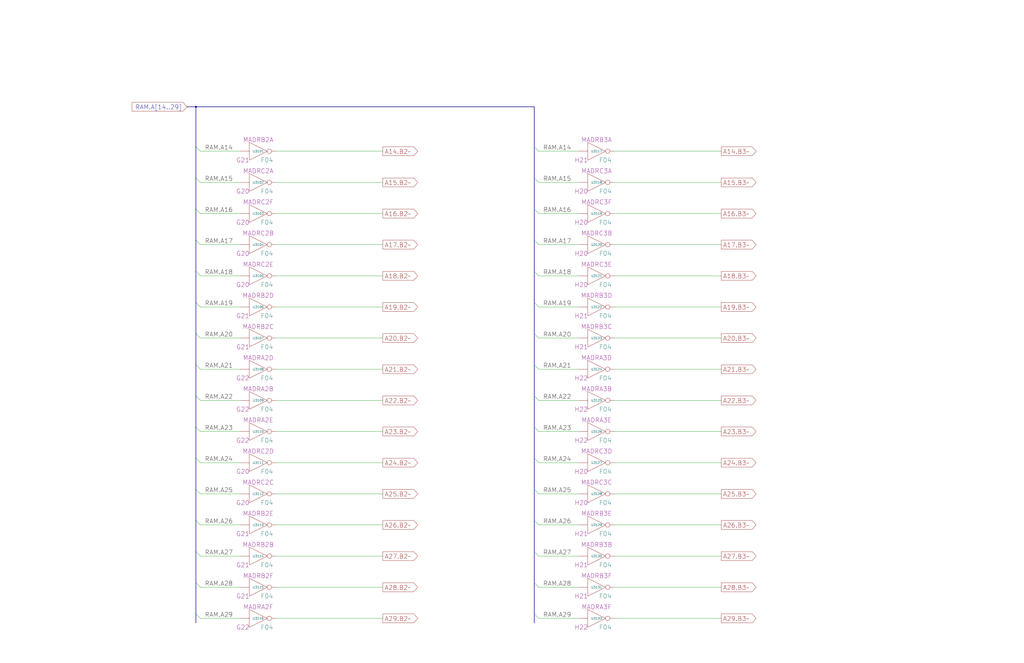
<source format=kicad_sch>
(kicad_sch (version 20211123) (generator eeschema)
  (paper "User" 584.2 378.46)
  (title_block (title "MEMORY\\nBYTE 2 & 3 ADDRESS DRIVERS") (date "22-SEP-90") (rev "2.0") (comment 1 "IOC") (comment 2 "232-003061") (comment 3 "S400") (comment 4 "RELEASED"))
  (lib_symbols
    (symbol "r1000:F04" (pin_numbers hide) (pin_names hide)
      (property "Reference" "U" (at 0 0 0))
      (property "Value" "F04" (at 1.27 -5.08 0))
      (property "Location" "___" (at -12.7 -5.08 0))
      (property "Name" "______" (at 0 5.08 0))
      (symbol "F04_0_1"
        (polyline (pts (xy -7.62 0) (xy -5.08 0)) (stroke (width 0.1524)))
        (polyline (pts (xy -5.08 5.08) (xy -5.08 -5.08)) (stroke (width 0.1524)))
        (polyline (pts (xy 5.08 0) (xy -5.08 -5.08)) (stroke (width 0.1524)))
        (polyline (pts (xy 5.08 0) (xy -5.08 5.08)) (stroke (width 0.1524)))
        (circle (center 6.35 0) (radius 1.27) (stroke (width 0.1524)))
      )
      (symbol "F04_1_1"
        (pin input line (at -10.16 0 0) (length 2.54) (name "D") (number "1"))
        (pin output line (at 10.16 0 180) (length 2.54) (name "Q") (number "2"))
      )
    )
  )
  (bus (pts (xy 106.68 60.96) (xy 111.76 60.96)))
  (bus (pts (xy 111.76 101.6) (xy 111.76 119.38)))
  (bus (pts (xy 111.76 119.38) (xy 111.76 137.16)))
  (bus (pts (xy 111.76 137.16) (xy 111.76 154.94)))
  (bus (pts (xy 111.76 154.94) (xy 111.76 172.72)))
  (bus (pts (xy 111.76 172.72) (xy 111.76 190.5)))
  (bus (pts (xy 111.76 190.5) (xy 111.76 208.28)))
  (bus (pts (xy 111.76 208.28) (xy 111.76 226.06)))
  (bus (pts (xy 111.76 226.06) (xy 111.76 243.84)))
  (bus (pts (xy 111.76 243.84) (xy 111.76 261.62)))
  (bus (pts (xy 111.76 261.62) (xy 111.76 279.4)))
  (bus (pts (xy 111.76 279.4) (xy 111.76 297.18)))
  (bus (pts (xy 111.76 297.18) (xy 111.76 314.96)))
  (bus (pts (xy 111.76 314.96) (xy 111.76 332.74)))
  (bus (pts (xy 111.76 332.74) (xy 111.76 350.52)))
  (bus (pts (xy 111.76 350.52) (xy 111.76 355.6)))
  (bus (pts (xy 111.76 60.96) (xy 111.76 83.82)))
  (bus (pts (xy 111.76 60.96) (xy 304.8 60.96)))
  (bus (pts (xy 111.76 83.82) (xy 111.76 101.6)))
  (bus (pts (xy 304.8 101.6) (xy 304.8 119.38)))
  (bus (pts (xy 304.8 119.38) (xy 304.8 137.16)))
  (bus (pts (xy 304.8 137.16) (xy 304.8 154.94)))
  (bus (pts (xy 304.8 154.94) (xy 304.8 172.72)))
  (bus (pts (xy 304.8 172.72) (xy 304.8 190.5)))
  (bus (pts (xy 304.8 190.5) (xy 304.8 208.28)))
  (bus (pts (xy 304.8 208.28) (xy 304.8 226.06)))
  (bus (pts (xy 304.8 226.06) (xy 304.8 243.84)))
  (bus (pts (xy 304.8 243.84) (xy 304.8 261.62)))
  (bus (pts (xy 304.8 261.62) (xy 304.8 279.4)))
  (bus (pts (xy 304.8 279.4) (xy 304.8 297.18)))
  (bus (pts (xy 304.8 297.18) (xy 304.8 314.96)))
  (bus (pts (xy 304.8 314.96) (xy 304.8 332.74)))
  (bus (pts (xy 304.8 332.74) (xy 304.8 350.52)))
  (bus (pts (xy 304.8 350.52) (xy 304.8 355.6)))
  (bus (pts (xy 304.8 60.96) (xy 304.8 83.82)))
  (bus (pts (xy 304.8 83.82) (xy 304.8 101.6)))
  (wire (pts (xy 114.3 104.14) (xy 137.16 104.14)))
  (wire (pts (xy 114.3 121.92) (xy 137.16 121.92)))
  (wire (pts (xy 114.3 139.7) (xy 137.16 139.7)))
  (wire (pts (xy 114.3 157.48) (xy 137.16 157.48)))
  (wire (pts (xy 114.3 175.26) (xy 137.16 175.26)))
  (wire (pts (xy 114.3 193.04) (xy 137.16 193.04)))
  (wire (pts (xy 114.3 210.82) (xy 137.16 210.82)))
  (wire (pts (xy 114.3 228.6) (xy 137.16 228.6)))
  (wire (pts (xy 114.3 246.38) (xy 137.16 246.38)))
  (wire (pts (xy 114.3 264.16) (xy 137.16 264.16)))
  (wire (pts (xy 114.3 281.94) (xy 137.16 281.94)))
  (wire (pts (xy 114.3 299.72) (xy 137.16 299.72)))
  (wire (pts (xy 114.3 317.5) (xy 137.16 317.5)))
  (wire (pts (xy 114.3 335.28) (xy 137.16 335.28)))
  (wire (pts (xy 114.3 353.06) (xy 137.16 353.06)))
  (wire (pts (xy 114.3 86.36) (xy 137.16 86.36)))
  (wire (pts (xy 157.48 104.14) (xy 218.44 104.14)))
  (wire (pts (xy 157.48 121.92) (xy 218.44 121.92)))
  (wire (pts (xy 157.48 139.7) (xy 218.44 139.7)))
  (wire (pts (xy 157.48 157.48) (xy 218.44 157.48)))
  (wire (pts (xy 157.48 175.26) (xy 218.44 175.26)))
  (wire (pts (xy 157.48 193.04) (xy 218.44 193.04)))
  (wire (pts (xy 157.48 210.82) (xy 218.44 210.82)))
  (wire (pts (xy 157.48 228.6) (xy 218.44 228.6)))
  (wire (pts (xy 157.48 246.38) (xy 218.44 246.38)))
  (wire (pts (xy 157.48 264.16) (xy 218.44 264.16)))
  (wire (pts (xy 157.48 281.94) (xy 218.44 281.94)))
  (wire (pts (xy 157.48 299.72) (xy 218.44 299.72)))
  (wire (pts (xy 157.48 317.5) (xy 218.44 317.5)))
  (wire (pts (xy 157.48 335.28) (xy 218.44 335.28)))
  (wire (pts (xy 157.48 353.06) (xy 218.44 353.06)))
  (wire (pts (xy 157.48 86.36) (xy 218.44 86.36)))
  (wire (pts (xy 307.34 104.14) (xy 330.2 104.14)))
  (wire (pts (xy 307.34 121.92) (xy 330.2 121.92)))
  (wire (pts (xy 307.34 139.7) (xy 330.2 139.7)))
  (wire (pts (xy 307.34 157.48) (xy 330.2 157.48)))
  (wire (pts (xy 307.34 175.26) (xy 330.2 175.26)))
  (wire (pts (xy 307.34 193.04) (xy 330.2 193.04)))
  (wire (pts (xy 307.34 210.82) (xy 330.2 210.82)))
  (wire (pts (xy 307.34 228.6) (xy 330.2 228.6)))
  (wire (pts (xy 307.34 246.38) (xy 330.2 246.38)))
  (wire (pts (xy 307.34 264.16) (xy 330.2 264.16)))
  (wire (pts (xy 307.34 281.94) (xy 330.2 281.94)))
  (wire (pts (xy 307.34 299.72) (xy 330.2 299.72)))
  (wire (pts (xy 307.34 317.5) (xy 330.2 317.5)))
  (wire (pts (xy 307.34 335.28) (xy 330.2 335.28)))
  (wire (pts (xy 307.34 353.06) (xy 330.2 353.06)))
  (wire (pts (xy 307.34 86.36) (xy 330.2 86.36)))
  (wire (pts (xy 350.52 104.14) (xy 411.48 104.14)))
  (wire (pts (xy 350.52 121.92) (xy 411.48 121.92)))
  (wire (pts (xy 350.52 139.7) (xy 411.48 139.7)))
  (wire (pts (xy 350.52 157.48) (xy 411.48 157.48)))
  (wire (pts (xy 350.52 175.26) (xy 411.48 175.26)))
  (wire (pts (xy 350.52 193.04) (xy 411.48 193.04)))
  (wire (pts (xy 350.52 210.82) (xy 411.48 210.82)))
  (wire (pts (xy 350.52 228.6) (xy 411.48 228.6)))
  (wire (pts (xy 350.52 246.38) (xy 411.48 246.38)))
  (wire (pts (xy 350.52 264.16) (xy 411.48 264.16)))
  (wire (pts (xy 350.52 281.94) (xy 411.48 281.94)))
  (wire (pts (xy 350.52 299.72) (xy 411.48 299.72)))
  (wire (pts (xy 350.52 317.5) (xy 411.48 317.5)))
  (wire (pts (xy 350.52 335.28) (xy 411.48 335.28)))
  (wire (pts (xy 350.52 353.06) (xy 411.48 353.06)))
  (wire (pts (xy 350.52 86.36) (xy 411.48 86.36)))
  (global_label "RAM.A[14..29]" (shape input) (at 106.68 60.96 180) (effects (font (size 2.54 2.54))) (property "Intersheet References" "${INTERSHEET_REFS}" (at 74.9844 60.8013 0) (effects (font (size 2.54 2.54)) (justify right))))
  (junction (at 111.76 60.96))
  (bus_entry (at 111.76 83.82) (size 2.54 2.54))
  (bus_entry (at 111.76 101.6) (size 2.54 2.54))
  (bus_entry (at 111.76 119.38) (size 2.54 2.54))
  (bus_entry (at 111.76 137.16) (size 2.54 2.54))
  (bus_entry (at 111.76 154.94) (size 2.54 2.54))
  (bus_entry (at 111.76 172.72) (size 2.54 2.54))
  (bus_entry (at 111.76 190.5) (size 2.54 2.54))
  (bus_entry (at 111.76 208.28) (size 2.54 2.54))
  (bus_entry (at 111.76 226.06) (size 2.54 2.54))
  (bus_entry (at 111.76 243.84) (size 2.54 2.54))
  (bus_entry (at 111.76 261.62) (size 2.54 2.54))
  (bus_entry (at 111.76 279.4) (size 2.54 2.54))
  (bus_entry (at 111.76 297.18) (size 2.54 2.54))
  (bus_entry (at 111.76 314.96) (size 2.54 2.54))
  (bus_entry (at 111.76 332.74) (size 2.54 2.54))
  (bus_entry (at 111.76 350.52) (size 2.54 2.54))
  (label "RAM.A14" (at 116.84 86.36 0) (effects (font (size 2.54 2.54))))
  (label "RAM.A15" (at 116.84 104.14 0) (effects (font (size 2.54 2.54))))
  (label "RAM.A16" (at 116.84 121.92 0) (effects (font (size 2.54 2.54))))
  (label "RAM.A17" (at 116.84 139.7 0) (effects (font (size 2.54 2.54))))
  (label "RAM.A18" (at 116.84 157.48 0) (effects (font (size 2.54 2.54))))
  (label "RAM.A19" (at 116.84 175.26 0) (effects (font (size 2.54 2.54))))
  (label "RAM.A20" (at 116.84 193.04 0) (effects (font (size 2.54 2.54))))
  (label "RAM.A21" (at 116.84 210.82 0) (effects (font (size 2.54 2.54))))
  (label "RAM.A22" (at 116.84 228.6 0) (effects (font (size 2.54 2.54))))
  (label "RAM.A23" (at 116.84 246.38 0) (effects (font (size 2.54 2.54))))
  (label "RAM.A24" (at 116.84 264.16 0) (effects (font (size 2.54 2.54))))
  (label "RAM.A25" (at 116.84 281.94 0) (effects (font (size 2.54 2.54))))
  (label "RAM.A26" (at 116.84 299.72 0) (effects (font (size 2.54 2.54))))
  (label "RAM.A27" (at 116.84 317.5 0) (effects (font (size 2.54 2.54))))
  (label "RAM.A28" (at 116.84 335.28 0) (effects (font (size 2.54 2.54))))
  (label "RAM.A29" (at 116.84 353.06 0) (effects (font (size 2.54 2.54))))
  (symbol (lib_id "r1000:F04") (at 147.32 86.36 0) (unit 1)
    (property "Reference" "U3101" (at 147.32 86.36 0))
    (property "Value" "F04" (at 148.59 91.44 0) (effects (font (size 2.54 2.54)) (justify left)))
    (property "Location" "G21" (at 134.62 91.44 0) (effects (font (size 2.54 2.54)) (justify left)))
    (property "Name" "MADRB2A" (at 147.32 81.28 0) (effects (font (size 2.54 2.54)) (justify bottom)))
  )
  (symbol (lib_id "r1000:F04") (at 147.32 104.14 0) (unit 1)
    (property "Reference" "U3102" (at 147.32 104.14 0))
    (property "Value" "F04" (at 148.59 109.22 0) (effects (font (size 2.54 2.54)) (justify left)))
    (property "Location" "G20" (at 134.62 109.22 0) (effects (font (size 2.54 2.54)) (justify left)))
    (property "Name" "MADRC2A" (at 147.32 99.06 0) (effects (font (size 2.54 2.54)) (justify bottom)))
  )
  (symbol (lib_id "r1000:F04") (at 147.32 121.92 0) (unit 1)
    (property "Reference" "U3103" (at 147.32 121.92 0))
    (property "Value" "F04" (at 148.59 127 0) (effects (font (size 2.54 2.54)) (justify left)))
    (property "Location" "G20" (at 134.62 127 0) (effects (font (size 2.54 2.54)) (justify left)))
    (property "Name" "MADRC2F" (at 147.32 116.84 0) (effects (font (size 2.54 2.54)) (justify bottom)))
  )
  (symbol (lib_id "r1000:F04") (at 147.32 139.7 0) (unit 1)
    (property "Reference" "U3104" (at 147.32 139.7 0))
    (property "Value" "F04" (at 148.59 144.78 0) (effects (font (size 2.54 2.54)) (justify left)))
    (property "Location" "G20" (at 134.62 144.78 0) (effects (font (size 2.54 2.54)) (justify left)))
    (property "Name" "MADRC2B" (at 147.32 134.62 0) (effects (font (size 2.54 2.54)) (justify bottom)))
  )
  (symbol (lib_id "r1000:F04") (at 147.32 157.48 0) (unit 1)
    (property "Reference" "U3105" (at 147.32 157.48 0))
    (property "Value" "F04" (at 148.59 162.56 0) (effects (font (size 2.54 2.54)) (justify left)))
    (property "Location" "G20" (at 134.62 162.56 0) (effects (font (size 2.54 2.54)) (justify left)))
    (property "Name" "MADRC2E" (at 147.32 152.4 0) (effects (font (size 2.54 2.54)) (justify bottom)))
  )
  (symbol (lib_id "r1000:F04") (at 147.32 175.26 0) (unit 1)
    (property "Reference" "U3106" (at 147.32 175.26 0))
    (property "Value" "F04" (at 148.59 180.34 0) (effects (font (size 2.54 2.54)) (justify left)))
    (property "Location" "G21" (at 134.62 180.34 0) (effects (font (size 2.54 2.54)) (justify left)))
    (property "Name" "MADRB2D" (at 147.32 170.18 0) (effects (font (size 2.54 2.54)) (justify bottom)))
  )
  (symbol (lib_id "r1000:F04") (at 147.32 193.04 0) (unit 1)
    (property "Reference" "U3107" (at 147.32 193.04 0))
    (property "Value" "F04" (at 148.59 198.12 0) (effects (font (size 2.54 2.54)) (justify left)))
    (property "Location" "G21" (at 134.62 198.12 0) (effects (font (size 2.54 2.54)) (justify left)))
    (property "Name" "MADRB2C" (at 147.32 187.96 0) (effects (font (size 2.54 2.54)) (justify bottom)))
  )
  (symbol (lib_id "r1000:F04") (at 147.32 210.82 0) (unit 1)
    (property "Reference" "U3108" (at 147.32 210.82 0))
    (property "Value" "F04" (at 148.59 215.9 0) (effects (font (size 2.54 2.54)) (justify left)))
    (property "Location" "G22" (at 134.62 215.9 0) (effects (font (size 2.54 2.54)) (justify left)))
    (property "Name" "MADRA2D" (at 147.32 205.74 0) (effects (font (size 2.54 2.54)) (justify bottom)))
  )
  (symbol (lib_id "r1000:F04") (at 147.32 228.6 0) (unit 1)
    (property "Reference" "U3109" (at 147.32 228.6 0))
    (property "Value" "F04" (at 148.59 233.68 0) (effects (font (size 2.54 2.54)) (justify left)))
    (property "Location" "G22" (at 134.62 233.68 0) (effects (font (size 2.54 2.54)) (justify left)))
    (property "Name" "MADRA2B" (at 147.32 223.52 0) (effects (font (size 2.54 2.54)) (justify bottom)))
  )
  (symbol (lib_id "r1000:F04") (at 147.32 246.38 0) (unit 1)
    (property "Reference" "U3110" (at 147.32 246.38 0))
    (property "Value" "F04" (at 148.59 251.46 0) (effects (font (size 2.54 2.54)) (justify left)))
    (property "Location" "G22" (at 134.62 251.46 0) (effects (font (size 2.54 2.54)) (justify left)))
    (property "Name" "MADRA2E" (at 147.32 241.3 0) (effects (font (size 2.54 2.54)) (justify bottom)))
  )
  (symbol (lib_id "r1000:F04") (at 147.32 264.16 0) (unit 1)
    (property "Reference" "U3111" (at 147.32 264.16 0))
    (property "Value" "F04" (at 148.59 269.24 0) (effects (font (size 2.54 2.54)) (justify left)))
    (property "Location" "G20" (at 134.62 269.24 0) (effects (font (size 2.54 2.54)) (justify left)))
    (property "Name" "MADRC2D" (at 147.32 259.08 0) (effects (font (size 2.54 2.54)) (justify bottom)))
  )
  (symbol (lib_id "r1000:F04") (at 147.32 281.94 0) (unit 1)
    (property "Reference" "U3112" (at 147.32 281.94 0))
    (property "Value" "F04" (at 148.59 287.02 0) (effects (font (size 2.54 2.54)) (justify left)))
    (property "Location" "G20" (at 134.62 287.02 0) (effects (font (size 2.54 2.54)) (justify left)))
    (property "Name" "MADRC2C" (at 147.32 276.86 0) (effects (font (size 2.54 2.54)) (justify bottom)))
  )
  (symbol (lib_id "r1000:F04") (at 147.32 299.72 0) (unit 1)
    (property "Reference" "U3113" (at 147.32 299.72 0))
    (property "Value" "F04" (at 148.59 304.8 0) (effects (font (size 2.54 2.54)) (justify left)))
    (property "Location" "G21" (at 134.62 304.8 0) (effects (font (size 2.54 2.54)) (justify left)))
    (property "Name" "MADRB2E" (at 147.32 294.64 0) (effects (font (size 2.54 2.54)) (justify bottom)))
  )
  (symbol (lib_id "r1000:F04") (at 147.32 317.5 0) (unit 1)
    (property "Reference" "U3114" (at 147.32 317.5 0))
    (property "Value" "F04" (at 148.59 322.58 0) (effects (font (size 2.54 2.54)) (justify left)))
    (property "Location" "G21" (at 134.62 322.58 0) (effects (font (size 2.54 2.54)) (justify left)))
    (property "Name" "MADRB2B" (at 147.32 312.42 0) (effects (font (size 2.54 2.54)) (justify bottom)))
  )
  (symbol (lib_id "r1000:F04") (at 147.32 335.28 0) (unit 1)
    (property "Reference" "U3115" (at 147.32 335.28 0))
    (property "Value" "F04" (at 148.59 340.36 0) (effects (font (size 2.54 2.54)) (justify left)))
    (property "Location" "G21" (at 134.62 340.36 0) (effects (font (size 2.54 2.54)) (justify left)))
    (property "Name" "MADRB2F" (at 147.32 330.2 0) (effects (font (size 2.54 2.54)) (justify bottom)))
  )
  (symbol (lib_id "r1000:F04") (at 147.32 353.06 0) (unit 1)
    (property "Reference" "U3116" (at 147.32 353.06 0))
    (property "Value" "F04" (at 148.59 358.14 0) (effects (font (size 2.54 2.54)) (justify left)))
    (property "Location" "G22" (at 134.62 358.14 0) (effects (font (size 2.54 2.54)) (justify left)))
    (property "Name" "MADRA2F" (at 147.32 347.98 0) (effects (font (size 2.54 2.54)) (justify bottom)))
  )
  (global_label "A14.B2~" (shape output) (at 218.44 86.36 0) (effects (font (size 2.54 2.54))) (property "Intersheet References" "${INTERSHEET_REFS}" (at 238.887 86.2013 0) (effects (font (size 2.54 2.54)) (justify left))))
  (global_label "A15.B2~" (shape output) (at 218.44 104.14 0) (effects (font (size 2.54 2.54))) (property "Intersheet References" "${INTERSHEET_REFS}" (at 238.887 103.9813 0) (effects (font (size 2.54 2.54)) (justify left))))
  (global_label "A16.B2~" (shape output) (at 218.44 121.92 0) (effects (font (size 2.54 2.54))) (property "Intersheet References" "${INTERSHEET_REFS}" (at 238.887 121.7613 0) (effects (font (size 2.54 2.54)) (justify left))))
  (global_label "A17.B2~" (shape output) (at 218.44 139.7 0) (effects (font (size 2.54 2.54))) (property "Intersheet References" "${INTERSHEET_REFS}" (at 238.887 139.5413 0) (effects (font (size 2.54 2.54)) (justify left))))
  (global_label "A18.B2~" (shape output) (at 218.44 157.48 0) (effects (font (size 2.54 2.54))) (property "Intersheet References" "${INTERSHEET_REFS}" (at 238.887 157.3213 0) (effects (font (size 2.54 2.54)) (justify left))))
  (global_label "A19.B2~" (shape output) (at 218.44 175.26 0) (effects (font (size 2.54 2.54))) (property "Intersheet References" "${INTERSHEET_REFS}" (at 238.887 175.1013 0) (effects (font (size 2.54 2.54)) (justify left))))
  (global_label "A20.B2~" (shape output) (at 218.44 193.04 0) (effects (font (size 2.54 2.54))) (property "Intersheet References" "${INTERSHEET_REFS}" (at 238.887 192.8813 0) (effects (font (size 2.54 2.54)) (justify left))))
  (global_label "A21.B2~" (shape output) (at 218.44 210.82 0) (effects (font (size 2.54 2.54))) (property "Intersheet References" "${INTERSHEET_REFS}" (at 238.887 210.6613 0) (effects (font (size 2.54 2.54)) (justify left))))
  (global_label "A22.B2~" (shape output) (at 218.44 228.6 0) (effects (font (size 2.54 2.54))) (property "Intersheet References" "${INTERSHEET_REFS}" (at 238.887 228.4413 0) (effects (font (size 2.54 2.54)) (justify left))))
  (global_label "A23.B2~" (shape output) (at 218.44 246.38 0) (effects (font (size 2.54 2.54))) (property "Intersheet References" "${INTERSHEET_REFS}" (at 238.887 246.2213 0) (effects (font (size 2.54 2.54)) (justify left))))
  (global_label "A24.B2~" (shape output) (at 218.44 264.16 0) (effects (font (size 2.54 2.54))) (property "Intersheet References" "${INTERSHEET_REFS}" (at 238.887 264.0013 0) (effects (font (size 2.54 2.54)) (justify left))))
  (global_label "A25.B2~" (shape output) (at 218.44 281.94 0) (effects (font (size 2.54 2.54))) (property "Intersheet References" "${INTERSHEET_REFS}" (at 238.887 281.7813 0) (effects (font (size 2.54 2.54)) (justify left))))
  (global_label "A26.B2~" (shape output) (at 218.44 299.72 0) (effects (font (size 2.54 2.54))) (property "Intersheet References" "${INTERSHEET_REFS}" (at 238.887 299.5613 0) (effects (font (size 2.54 2.54)) (justify left))))
  (global_label "A27.B2~" (shape output) (at 218.44 317.5 0) (effects (font (size 2.54 2.54))) (property "Intersheet References" "${INTERSHEET_REFS}" (at 238.887 317.3413 0) (effects (font (size 2.54 2.54)) (justify left))))
  (global_label "A28.B2~" (shape output) (at 218.44 335.28 0) (effects (font (size 2.54 2.54))) (property "Intersheet References" "${INTERSHEET_REFS}" (at 238.887 335.1213 0) (effects (font (size 2.54 2.54)) (justify left))))
  (global_label "A29.B2~" (shape output) (at 218.44 353.06 0) (effects (font (size 2.54 2.54))) (property "Intersheet References" "${INTERSHEET_REFS}" (at 238.887 352.9013 0) (effects (font (size 2.54 2.54)) (justify left))))
  (bus_entry (at 304.8 83.82) (size 2.54 2.54))
  (bus_entry (at 304.8 101.6) (size 2.54 2.54))
  (bus_entry (at 304.8 119.38) (size 2.54 2.54))
  (bus_entry (at 304.8 137.16) (size 2.54 2.54))
  (bus_entry (at 304.8 154.94) (size 2.54 2.54))
  (bus_entry (at 304.8 172.72) (size 2.54 2.54))
  (bus_entry (at 304.8 190.5) (size 2.54 2.54))
  (bus_entry (at 304.8 208.28) (size 2.54 2.54))
  (bus_entry (at 304.8 226.06) (size 2.54 2.54))
  (bus_entry (at 304.8 243.84) (size 2.54 2.54))
  (bus_entry (at 304.8 261.62) (size 2.54 2.54))
  (bus_entry (at 304.8 279.4) (size 2.54 2.54))
  (bus_entry (at 304.8 297.18) (size 2.54 2.54))
  (bus_entry (at 304.8 314.96) (size 2.54 2.54))
  (bus_entry (at 304.8 332.74) (size 2.54 2.54))
  (bus_entry (at 304.8 350.52) (size 2.54 2.54))
  (label "RAM.A14" (at 309.88 86.36 0) (effects (font (size 2.54 2.54))))
  (label "RAM.A15" (at 309.88 104.14 0) (effects (font (size 2.54 2.54))))
  (label "RAM.A16" (at 309.88 121.92 0) (effects (font (size 2.54 2.54))))
  (label "RAM.A17" (at 309.88 139.7 0) (effects (font (size 2.54 2.54))))
  (label "RAM.A18" (at 309.88 157.48 0) (effects (font (size 2.54 2.54))))
  (label "RAM.A19" (at 309.88 175.26 0) (effects (font (size 2.54 2.54))))
  (label "RAM.A20" (at 309.88 193.04 0) (effects (font (size 2.54 2.54))))
  (label "RAM.A21" (at 309.88 210.82 0) (effects (font (size 2.54 2.54))))
  (label "RAM.A22" (at 309.88 228.6 0) (effects (font (size 2.54 2.54))))
  (label "RAM.A23" (at 309.88 246.38 0) (effects (font (size 2.54 2.54))))
  (label "RAM.A24" (at 309.88 264.16 0) (effects (font (size 2.54 2.54))))
  (label "RAM.A25" (at 309.88 281.94 0) (effects (font (size 2.54 2.54))))
  (label "RAM.A26" (at 309.88 299.72 0) (effects (font (size 2.54 2.54))))
  (label "RAM.A27" (at 309.88 317.5 0) (effects (font (size 2.54 2.54))))
  (label "RAM.A28" (at 309.88 335.28 0) (effects (font (size 2.54 2.54))))
  (label "RAM.A29" (at 309.88 353.06 0) (effects (font (size 2.54 2.54))))
  (symbol (lib_id "r1000:F04") (at 340.36 86.36 0) (unit 1)
    (property "Reference" "U3117" (at 340.36 86.36 0))
    (property "Value" "F04" (at 341.63 91.44 0) (effects (font (size 2.54 2.54)) (justify left)))
    (property "Location" "H21" (at 327.66 91.44 0) (effects (font (size 2.54 2.54)) (justify left)))
    (property "Name" "MADRB3A" (at 340.36 81.28 0) (effects (font (size 2.54 2.54)) (justify bottom)))
  )
  (symbol (lib_id "r1000:F04") (at 340.36 104.14 0) (unit 1)
    (property "Reference" "U3118" (at 340.36 104.14 0))
    (property "Value" "F04" (at 341.63 109.22 0) (effects (font (size 2.54 2.54)) (justify left)))
    (property "Location" "H20" (at 327.66 109.22 0) (effects (font (size 2.54 2.54)) (justify left)))
    (property "Name" "MADRC3A" (at 340.36 99.06 0) (effects (font (size 2.54 2.54)) (justify bottom)))
  )
  (symbol (lib_id "r1000:F04") (at 340.36 121.92 0) (unit 1)
    (property "Reference" "U3119" (at 340.36 121.92 0))
    (property "Value" "F04" (at 341.63 127 0) (effects (font (size 2.54 2.54)) (justify left)))
    (property "Location" "H20" (at 327.66 127 0) (effects (font (size 2.54 2.54)) (justify left)))
    (property "Name" "MADRC3F" (at 340.36 116.84 0) (effects (font (size 2.54 2.54)) (justify bottom)))
  )
  (symbol (lib_id "r1000:F04") (at 340.36 139.7 0) (unit 1)
    (property "Reference" "U3120" (at 340.36 139.7 0))
    (property "Value" "F04" (at 341.63 144.78 0) (effects (font (size 2.54 2.54)) (justify left)))
    (property "Location" "H20" (at 327.66 144.78 0) (effects (font (size 2.54 2.54)) (justify left)))
    (property "Name" "MADRC3B" (at 340.36 134.62 0) (effects (font (size 2.54 2.54)) (justify bottom)))
  )
  (symbol (lib_id "r1000:F04") (at 340.36 157.48 0) (unit 1)
    (property "Reference" "U3121" (at 340.36 157.48 0))
    (property "Value" "F04" (at 341.63 162.56 0) (effects (font (size 2.54 2.54)) (justify left)))
    (property "Location" "H20" (at 327.66 162.56 0) (effects (font (size 2.54 2.54)) (justify left)))
    (property "Name" "MADRC3E" (at 340.36 152.4 0) (effects (font (size 2.54 2.54)) (justify bottom)))
  )
  (symbol (lib_id "r1000:F04") (at 340.36 175.26 0) (unit 1)
    (property "Reference" "U3122" (at 340.36 175.26 0))
    (property "Value" "F04" (at 341.63 180.34 0) (effects (font (size 2.54 2.54)) (justify left)))
    (property "Location" "H21" (at 327.66 180.34 0) (effects (font (size 2.54 2.54)) (justify left)))
    (property "Name" "MADRB3D" (at 340.36 170.18 0) (effects (font (size 2.54 2.54)) (justify bottom)))
  )
  (symbol (lib_id "r1000:F04") (at 340.36 193.04 0) (unit 1)
    (property "Reference" "U3123" (at 340.36 193.04 0))
    (property "Value" "F04" (at 341.63 198.12 0) (effects (font (size 2.54 2.54)) (justify left)))
    (property "Location" "H21" (at 327.66 198.12 0) (effects (font (size 2.54 2.54)) (justify left)))
    (property "Name" "MADRB3C" (at 340.36 187.96 0) (effects (font (size 2.54 2.54)) (justify bottom)))
  )
  (symbol (lib_id "r1000:F04") (at 340.36 210.82 0) (unit 1)
    (property "Reference" "U3124" (at 340.36 210.82 0))
    (property "Value" "F04" (at 341.63 215.9 0) (effects (font (size 2.54 2.54)) (justify left)))
    (property "Location" "H22" (at 327.66 215.9 0) (effects (font (size 2.54 2.54)) (justify left)))
    (property "Name" "MADRA3D" (at 340.36 205.74 0) (effects (font (size 2.54 2.54)) (justify bottom)))
  )
  (symbol (lib_id "r1000:F04") (at 340.36 228.6 0) (unit 1)
    (property "Reference" "U3125" (at 340.36 228.6 0))
    (property "Value" "F04" (at 341.63 233.68 0) (effects (font (size 2.54 2.54)) (justify left)))
    (property "Location" "H22" (at 327.66 233.68 0) (effects (font (size 2.54 2.54)) (justify left)))
    (property "Name" "MADRA3B" (at 340.36 223.52 0) (effects (font (size 2.54 2.54)) (justify bottom)))
  )
  (symbol (lib_id "r1000:F04") (at 340.36 246.38 0) (unit 1)
    (property "Reference" "U3126" (at 340.36 246.38 0))
    (property "Value" "F04" (at 341.63 251.46 0) (effects (font (size 2.54 2.54)) (justify left)))
    (property "Location" "H22" (at 327.66 251.46 0) (effects (font (size 2.54 2.54)) (justify left)))
    (property "Name" "MADRA3E" (at 340.36 241.3 0) (effects (font (size 2.54 2.54)) (justify bottom)))
  )
  (symbol (lib_id "r1000:F04") (at 340.36 264.16 0) (unit 1)
    (property "Reference" "U3127" (at 340.36 264.16 0))
    (property "Value" "F04" (at 341.63 269.24 0) (effects (font (size 2.54 2.54)) (justify left)))
    (property "Location" "H20" (at 327.66 269.24 0) (effects (font (size 2.54 2.54)) (justify left)))
    (property "Name" "MADRC3D" (at 340.36 259.08 0) (effects (font (size 2.54 2.54)) (justify bottom)))
  )
  (symbol (lib_id "r1000:F04") (at 340.36 281.94 0) (unit 1)
    (property "Reference" "U3128" (at 340.36 281.94 0))
    (property "Value" "F04" (at 341.63 287.02 0) (effects (font (size 2.54 2.54)) (justify left)))
    (property "Location" "H20" (at 327.66 287.02 0) (effects (font (size 2.54 2.54)) (justify left)))
    (property "Name" "MADRC3C" (at 340.36 276.86 0) (effects (font (size 2.54 2.54)) (justify bottom)))
  )
  (symbol (lib_id "r1000:F04") (at 340.36 299.72 0) (unit 1)
    (property "Reference" "U3129" (at 340.36 299.72 0))
    (property "Value" "F04" (at 341.63 304.8 0) (effects (font (size 2.54 2.54)) (justify left)))
    (property "Location" "H21" (at 327.66 304.8 0) (effects (font (size 2.54 2.54)) (justify left)))
    (property "Name" "MADRB3E" (at 340.36 294.64 0) (effects (font (size 2.54 2.54)) (justify bottom)))
  )
  (symbol (lib_id "r1000:F04") (at 340.36 317.5 0) (unit 1)
    (property "Reference" "U3130" (at 340.36 317.5 0))
    (property "Value" "F04" (at 341.63 322.58 0) (effects (font (size 2.54 2.54)) (justify left)))
    (property "Location" "H21" (at 327.66 322.58 0) (effects (font (size 2.54 2.54)) (justify left)))
    (property "Name" "MADRB3B" (at 340.36 312.42 0) (effects (font (size 2.54 2.54)) (justify bottom)))
  )
  (symbol (lib_id "r1000:F04") (at 340.36 335.28 0) (unit 1)
    (property "Reference" "U3131" (at 340.36 335.28 0))
    (property "Value" "F04" (at 341.63 340.36 0) (effects (font (size 2.54 2.54)) (justify left)))
    (property "Location" "H21" (at 327.66 340.36 0) (effects (font (size 2.54 2.54)) (justify left)))
    (property "Name" "MADRB3F" (at 340.36 330.2 0) (effects (font (size 2.54 2.54)) (justify bottom)))
  )
  (symbol (lib_id "r1000:F04") (at 340.36 353.06 0) (unit 1)
    (property "Reference" "U3132" (at 340.36 353.06 0))
    (property "Value" "F04" (at 341.63 358.14 0) (effects (font (size 2.54 2.54)) (justify left)))
    (property "Location" "H22" (at 327.66 358.14 0) (effects (font (size 2.54 2.54)) (justify left)))
    (property "Name" "MADRA3F" (at 340.36 347.98 0) (effects (font (size 2.54 2.54)) (justify bottom)))
  )
  (global_label "A14.B3~" (shape output) (at 411.48 86.36 0) (effects (font (size 2.54 2.54))) (property "Intersheet References" "${INTERSHEET_REFS}" (at 431.927 86.2013 0) (effects (font (size 2.54 2.54)) (justify left))))
  (global_label "A15.B3~" (shape output) (at 411.48 104.14 0) (effects (font (size 2.54 2.54))) (property "Intersheet References" "${INTERSHEET_REFS}" (at 431.927 103.9813 0) (effects (font (size 2.54 2.54)) (justify left))))
  (global_label "A16.B3~" (shape output) (at 411.48 121.92 0) (effects (font (size 2.54 2.54))) (property "Intersheet References" "${INTERSHEET_REFS}" (at 431.927 121.7613 0) (effects (font (size 2.54 2.54)) (justify left))))
  (global_label "A17.B3~" (shape output) (at 411.48 139.7 0) (effects (font (size 2.54 2.54))) (property "Intersheet References" "${INTERSHEET_REFS}" (at 431.927 139.5413 0) (effects (font (size 2.54 2.54)) (justify left))))
  (global_label "A18.B3~" (shape output) (at 411.48 157.48 0) (effects (font (size 2.54 2.54))) (property "Intersheet References" "${INTERSHEET_REFS}" (at 431.927 157.3213 0) (effects (font (size 2.54 2.54)) (justify left))))
  (global_label "A19.B3~" (shape output) (at 411.48 175.26 0) (effects (font (size 2.54 2.54))) (property "Intersheet References" "${INTERSHEET_REFS}" (at 431.927 175.1013 0) (effects (font (size 2.54 2.54)) (justify left))))
  (global_label "A20.B3~" (shape output) (at 411.48 193.04 0) (effects (font (size 2.54 2.54))) (property "Intersheet References" "${INTERSHEET_REFS}" (at 431.927 192.8813 0) (effects (font (size 2.54 2.54)) (justify left))))
  (global_label "A21.B3~" (shape output) (at 411.48 210.82 0) (effects (font (size 2.54 2.54))) (property "Intersheet References" "${INTERSHEET_REFS}" (at 431.927 210.6613 0) (effects (font (size 2.54 2.54)) (justify left))))
  (global_label "A22.B3~" (shape output) (at 411.48 228.6 0) (effects (font (size 2.54 2.54))) (property "Intersheet References" "${INTERSHEET_REFS}" (at 431.927 228.4413 0) (effects (font (size 2.54 2.54)) (justify left))))
  (global_label "A23.B3~" (shape output) (at 411.48 246.38 0) (effects (font (size 2.54 2.54))) (property "Intersheet References" "${INTERSHEET_REFS}" (at 431.927 246.2213 0) (effects (font (size 2.54 2.54)) (justify left))))
  (global_label "A24.B3~" (shape output) (at 411.48 264.16 0) (effects (font (size 2.54 2.54))) (property "Intersheet References" "${INTERSHEET_REFS}" (at 431.927 264.0013 0) (effects (font (size 2.54 2.54)) (justify left))))
  (global_label "A25.B3~" (shape output) (at 411.48 281.94 0) (effects (font (size 2.54 2.54))) (property "Intersheet References" "${INTERSHEET_REFS}" (at 431.927 281.7813 0) (effects (font (size 2.54 2.54)) (justify left))))
  (global_label "A26.B3~" (shape output) (at 411.48 299.72 0) (effects (font (size 2.54 2.54))) (property "Intersheet References" "${INTERSHEET_REFS}" (at 431.927 299.5613 0) (effects (font (size 2.54 2.54)) (justify left))))
  (global_label "A27.B3~" (shape output) (at 411.48 317.5 0) (effects (font (size 2.54 2.54))) (property "Intersheet References" "${INTERSHEET_REFS}" (at 431.927 317.3413 0) (effects (font (size 2.54 2.54)) (justify left))))
  (global_label "A28.B3~" (shape output) (at 411.48 335.28 0) (effects (font (size 2.54 2.54))) (property "Intersheet References" "${INTERSHEET_REFS}" (at 431.927 335.1213 0) (effects (font (size 2.54 2.54)) (justify left))))
  (global_label "A29.B3~" (shape output) (at 411.48 353.06 0) (effects (font (size 2.54 2.54))) (property "Intersheet References" "${INTERSHEET_REFS}" (at 431.927 352.9013 0) (effects (font (size 2.54 2.54)) (justify left))))
)
</source>
